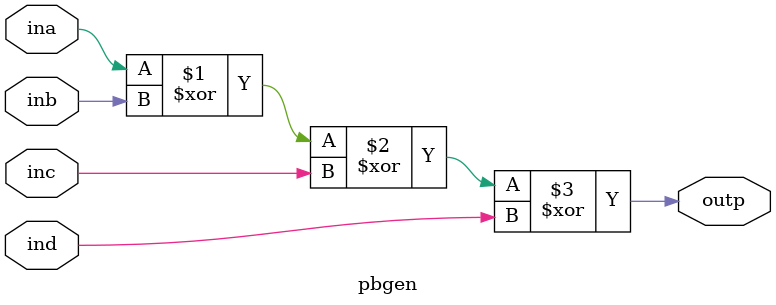
<source format=v>
`timescale 1ns / 1ps

module pbgen(
    input ina, inb, inc, ind,
    output outp
);

assign outp = ina ^ inb ^ inc ^ ind;

endmodule
</source>
